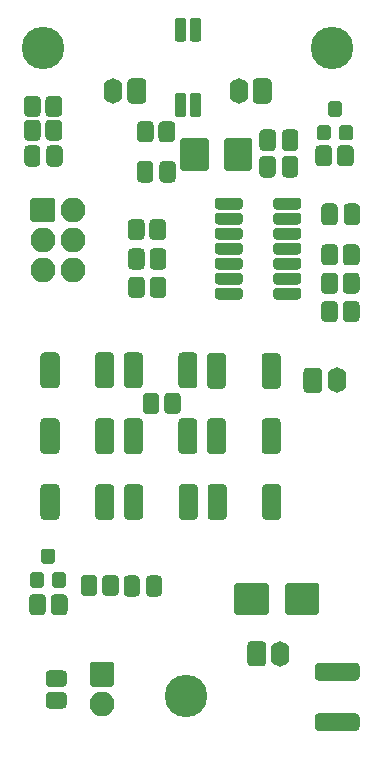
<source format=gts>
G04 #@! TF.GenerationSoftware,KiCad,Pcbnew,5.1.9+dfsg1-1+deb11u1*
G04 #@! TF.CreationDate,2025-04-18T11:55:34+00:00*
G04 #@! TF.ProjectId,ModuleV440,4d6f6475-6c65-4563-9434-302e6b696361,rev?*
G04 #@! TF.SameCoordinates,Original*
G04 #@! TF.FileFunction,Soldermask,Top*
G04 #@! TF.FilePolarity,Negative*
%FSLAX46Y46*%
G04 Gerber Fmt 4.6, Leading zero omitted, Abs format (unit mm)*
G04 Created by KiCad (PCBNEW 5.1.9+dfsg1-1+deb11u1) date 2025-04-18 11:55:34*
%MOMM*%
%LPD*%
G01*
G04 APERTURE LIST*
%ADD10O,1.600000X2.150000*%
%ADD11O,2.100000X2.100000*%
%ADD12C,3.600000*%
G04 APERTURE END LIST*
G36*
G01*
X120167600Y-76894232D02*
X120167600Y-79280968D01*
G75*
G02*
X119835968Y-79612600I-331632J0D01*
G01*
X118874232Y-79612600D01*
G75*
G02*
X118542600Y-79280968I0J331632D01*
G01*
X118542600Y-76894232D01*
G75*
G02*
X118874232Y-76562600I331632J0D01*
G01*
X119835968Y-76562600D01*
G75*
G02*
X120167600Y-76894232I0J-331632D01*
G01*
G37*
G36*
G01*
X124792600Y-76894232D02*
X124792600Y-79280968D01*
G75*
G02*
X124460968Y-79612600I-331632J0D01*
G01*
X123499232Y-79612600D01*
G75*
G02*
X123167600Y-79280968I0J331632D01*
G01*
X123167600Y-76894232D01*
G75*
G02*
X123499232Y-76562600I331632J0D01*
G01*
X124460968Y-76562600D01*
G75*
G02*
X124792600Y-76894232I0J-331632D01*
G01*
G37*
G36*
G01*
X116117600Y-79230968D02*
X116117600Y-76844232D01*
G75*
G02*
X116449232Y-76512600I331632J0D01*
G01*
X117410968Y-76512600D01*
G75*
G02*
X117742600Y-76844232I0J-331632D01*
G01*
X117742600Y-79230968D01*
G75*
G02*
X117410968Y-79562600I-331632J0D01*
G01*
X116449232Y-79562600D01*
G75*
G02*
X116117600Y-79230968I0J331632D01*
G01*
G37*
G36*
G01*
X111492600Y-79230968D02*
X111492600Y-76844232D01*
G75*
G02*
X111824232Y-76512600I331632J0D01*
G01*
X112785968Y-76512600D01*
G75*
G02*
X113117600Y-76844232I0J-331632D01*
G01*
X113117600Y-79230968D01*
G75*
G02*
X112785968Y-79562600I-331632J0D01*
G01*
X111824232Y-79562600D01*
G75*
G02*
X111492600Y-79230968I0J331632D01*
G01*
G37*
G36*
G01*
X123167600Y-84805968D02*
X123167600Y-82419232D01*
G75*
G02*
X123499232Y-82087600I331632J0D01*
G01*
X124460968Y-82087600D01*
G75*
G02*
X124792600Y-82419232I0J-331632D01*
G01*
X124792600Y-84805968D01*
G75*
G02*
X124460968Y-85137600I-331632J0D01*
G01*
X123499232Y-85137600D01*
G75*
G02*
X123167600Y-84805968I0J331632D01*
G01*
G37*
G36*
G01*
X118542600Y-84805968D02*
X118542600Y-82419232D01*
G75*
G02*
X118874232Y-82087600I331632J0D01*
G01*
X119835968Y-82087600D01*
G75*
G02*
X120167600Y-82419232I0J-331632D01*
G01*
X120167600Y-84805968D01*
G75*
G02*
X119835968Y-85137600I-331632J0D01*
G01*
X118874232Y-85137600D01*
G75*
G02*
X118542600Y-84805968I0J331632D01*
G01*
G37*
G36*
G01*
X113117600Y-82419232D02*
X113117600Y-84805968D01*
G75*
G02*
X112785968Y-85137600I-331632J0D01*
G01*
X111824232Y-85137600D01*
G75*
G02*
X111492600Y-84805968I0J331632D01*
G01*
X111492600Y-82419232D01*
G75*
G02*
X111824232Y-82087600I331632J0D01*
G01*
X112785968Y-82087600D01*
G75*
G02*
X113117600Y-82419232I0J-331632D01*
G01*
G37*
G36*
G01*
X117742600Y-82419232D02*
X117742600Y-84805968D01*
G75*
G02*
X117410968Y-85137600I-331632J0D01*
G01*
X116449232Y-85137600D01*
G75*
G02*
X116117600Y-84805968I0J331632D01*
G01*
X116117600Y-82419232D01*
G75*
G02*
X116449232Y-82087600I331632J0D01*
G01*
X117410968Y-82087600D01*
G75*
G02*
X117742600Y-82419232I0J-331632D01*
G01*
G37*
G36*
G01*
X120217600Y-87994232D02*
X120217600Y-90380968D01*
G75*
G02*
X119885968Y-90712600I-331632J0D01*
G01*
X118924232Y-90712600D01*
G75*
G02*
X118592600Y-90380968I0J331632D01*
G01*
X118592600Y-87994232D01*
G75*
G02*
X118924232Y-87662600I331632J0D01*
G01*
X119885968Y-87662600D01*
G75*
G02*
X120217600Y-87994232I0J-331632D01*
G01*
G37*
G36*
G01*
X124842600Y-87994232D02*
X124842600Y-90380968D01*
G75*
G02*
X124510968Y-90712600I-331632J0D01*
G01*
X123549232Y-90712600D01*
G75*
G02*
X123217600Y-90380968I0J331632D01*
G01*
X123217600Y-87994232D01*
G75*
G02*
X123549232Y-87662600I331632J0D01*
G01*
X124510968Y-87662600D01*
G75*
G02*
X124842600Y-87994232I0J-331632D01*
G01*
G37*
G36*
G01*
X116142600Y-90380968D02*
X116142600Y-87994232D01*
G75*
G02*
X116474232Y-87662600I331632J0D01*
G01*
X117435968Y-87662600D01*
G75*
G02*
X117767600Y-87994232I0J-331632D01*
G01*
X117767600Y-90380968D01*
G75*
G02*
X117435968Y-90712600I-331632J0D01*
G01*
X116474232Y-90712600D01*
G75*
G02*
X116142600Y-90380968I0J331632D01*
G01*
G37*
G36*
G01*
X111517600Y-90380968D02*
X111517600Y-87994232D01*
G75*
G02*
X111849232Y-87662600I331632J0D01*
G01*
X112810968Y-87662600D01*
G75*
G02*
X113142600Y-87994232I0J-331632D01*
G01*
X113142600Y-90380968D01*
G75*
G02*
X112810968Y-90712600I-331632J0D01*
G01*
X111849232Y-90712600D01*
G75*
G02*
X111517600Y-90380968I0J331632D01*
G01*
G37*
G36*
G01*
X106067600Y-76844232D02*
X106067600Y-79230968D01*
G75*
G02*
X105735968Y-79562600I-331632J0D01*
G01*
X104774232Y-79562600D01*
G75*
G02*
X104442600Y-79230968I0J331632D01*
G01*
X104442600Y-76844232D01*
G75*
G02*
X104774232Y-76512600I331632J0D01*
G01*
X105735968Y-76512600D01*
G75*
G02*
X106067600Y-76844232I0J-331632D01*
G01*
G37*
G36*
G01*
X110692600Y-76844232D02*
X110692600Y-79230968D01*
G75*
G02*
X110360968Y-79562600I-331632J0D01*
G01*
X109399232Y-79562600D01*
G75*
G02*
X109067600Y-79230968I0J331632D01*
G01*
X109067600Y-76844232D01*
G75*
G02*
X109399232Y-76512600I331632J0D01*
G01*
X110360968Y-76512600D01*
G75*
G02*
X110692600Y-76844232I0J-331632D01*
G01*
G37*
G36*
G01*
X109067600Y-84805968D02*
X109067600Y-82419232D01*
G75*
G02*
X109399232Y-82087600I331632J0D01*
G01*
X110360968Y-82087600D01*
G75*
G02*
X110692600Y-82419232I0J-331632D01*
G01*
X110692600Y-84805968D01*
G75*
G02*
X110360968Y-85137600I-331632J0D01*
G01*
X109399232Y-85137600D01*
G75*
G02*
X109067600Y-84805968I0J331632D01*
G01*
G37*
G36*
G01*
X104442600Y-84805968D02*
X104442600Y-82419232D01*
G75*
G02*
X104774232Y-82087600I331632J0D01*
G01*
X105735968Y-82087600D01*
G75*
G02*
X106067600Y-82419232I0J-331632D01*
G01*
X106067600Y-84805968D01*
G75*
G02*
X105735968Y-85137600I-331632J0D01*
G01*
X104774232Y-85137600D01*
G75*
G02*
X104442600Y-84805968I0J331632D01*
G01*
G37*
G36*
G01*
X106067600Y-87994232D02*
X106067600Y-90380968D01*
G75*
G02*
X105735968Y-90712600I-331632J0D01*
G01*
X104774232Y-90712600D01*
G75*
G02*
X104442600Y-90380968I0J331632D01*
G01*
X104442600Y-87994232D01*
G75*
G02*
X104774232Y-87662600I331632J0D01*
G01*
X105735968Y-87662600D01*
G75*
G02*
X106067600Y-87994232I0J-331632D01*
G01*
G37*
G36*
G01*
X110692600Y-87994232D02*
X110692600Y-90380968D01*
G75*
G02*
X110360968Y-90712600I-331632J0D01*
G01*
X109399232Y-90712600D01*
G75*
G02*
X109067600Y-90380968I0J331632D01*
G01*
X109067600Y-87994232D01*
G75*
G02*
X109399232Y-87662600I331632J0D01*
G01*
X110360968Y-87662600D01*
G75*
G02*
X110692600Y-87994232I0J-331632D01*
G01*
G37*
G36*
G01*
X116557600Y-50212600D02*
X116057600Y-50212600D01*
G75*
G02*
X115807600Y-49962600I0J250000D01*
G01*
X115807600Y-48437600D01*
G75*
G02*
X116057600Y-48187600I250000J0D01*
G01*
X116557600Y-48187600D01*
G75*
G02*
X116807600Y-48437600I0J-250000D01*
G01*
X116807600Y-49962600D01*
G75*
G02*
X116557600Y-50212600I-250000J0D01*
G01*
G37*
G36*
G01*
X117827600Y-50212600D02*
X117327600Y-50212600D01*
G75*
G02*
X117077600Y-49962600I0J250000D01*
G01*
X117077600Y-48437600D01*
G75*
G02*
X117327600Y-48187600I250000J0D01*
G01*
X117827600Y-48187600D01*
G75*
G02*
X118077600Y-48437600I0J-250000D01*
G01*
X118077600Y-49962600D01*
G75*
G02*
X117827600Y-50212600I-250000J0D01*
G01*
G37*
G36*
G01*
X117827600Y-56587600D02*
X117327600Y-56587600D01*
G75*
G02*
X117077600Y-56337600I0J250000D01*
G01*
X117077600Y-54812600D01*
G75*
G02*
X117327600Y-54562600I250000J0D01*
G01*
X117827600Y-54562600D01*
G75*
G02*
X118077600Y-54812600I0J-250000D01*
G01*
X118077600Y-56337600D01*
G75*
G02*
X117827600Y-56587600I-250000J0D01*
G01*
G37*
G36*
G01*
X116557600Y-56587600D02*
X116057600Y-56587600D01*
G75*
G02*
X115807600Y-56337600I0J250000D01*
G01*
X115807600Y-54812600D01*
G75*
G02*
X116057600Y-54562600I250000J0D01*
G01*
X116557600Y-54562600D01*
G75*
G02*
X116807600Y-54812600I0J-250000D01*
G01*
X116807600Y-56337600D01*
G75*
G02*
X116557600Y-56587600I-250000J0D01*
G01*
G37*
D10*
X121217600Y-54387600D03*
G36*
G01*
X124017600Y-53645932D02*
X124017600Y-55129268D01*
G75*
G02*
X123684268Y-55462600I-333332J0D01*
G01*
X122750932Y-55462600D01*
G75*
G02*
X122417600Y-55129268I0J333332D01*
G01*
X122417600Y-53645932D01*
G75*
G02*
X122750932Y-53312600I333332J0D01*
G01*
X123684268Y-53312600D01*
G75*
G02*
X124017600Y-53645932I0J-333332D01*
G01*
G37*
X110617600Y-54387600D03*
G36*
G01*
X113417600Y-53645932D02*
X113417600Y-55129268D01*
G75*
G02*
X113084268Y-55462600I-333332J0D01*
G01*
X112150932Y-55462600D01*
G75*
G02*
X111817600Y-55129268I0J333332D01*
G01*
X111817600Y-53645932D01*
G75*
G02*
X112150932Y-53312600I333332J0D01*
G01*
X113084268Y-53312600D01*
G75*
G02*
X113417600Y-53645932I0J-333332D01*
G01*
G37*
D11*
X109667600Y-106302600D03*
G36*
G01*
X108617600Y-104612600D02*
X108617600Y-102912600D01*
G75*
G02*
X108817600Y-102712600I200000J0D01*
G01*
X110517600Y-102712600D01*
G75*
G02*
X110717600Y-102912600I0J-200000D01*
G01*
X110717600Y-104612600D01*
G75*
G02*
X110517600Y-104812600I-200000J0D01*
G01*
X108817600Y-104812600D01*
G75*
G02*
X108617600Y-104612600I0J200000D01*
G01*
G37*
G36*
G01*
X123767600Y-96237600D02*
X123767600Y-98537600D01*
G75*
G02*
X123567600Y-98737600I-200000J0D01*
G01*
X121067600Y-98737600D01*
G75*
G02*
X120867600Y-98537600I0J200000D01*
G01*
X120867600Y-96237600D01*
G75*
G02*
X121067600Y-96037600I200000J0D01*
G01*
X123567600Y-96037600D01*
G75*
G02*
X123767600Y-96237600I0J-200000D01*
G01*
G37*
G36*
G01*
X128067600Y-96237600D02*
X128067600Y-98537600D01*
G75*
G02*
X127867600Y-98737600I-200000J0D01*
G01*
X125367600Y-98737600D01*
G75*
G02*
X125167600Y-98537600I0J200000D01*
G01*
X125167600Y-96237600D01*
G75*
G02*
X125367600Y-96037600I200000J0D01*
G01*
X127867600Y-96037600D01*
G75*
G02*
X128067600Y-96237600I0J-200000D01*
G01*
G37*
G36*
G01*
X106340041Y-104857600D02*
X105235159Y-104857600D01*
G75*
G02*
X104887600Y-104510041I0J347559D01*
G01*
X104887600Y-103780159D01*
G75*
G02*
X105235159Y-103432600I347559J0D01*
G01*
X106340041Y-103432600D01*
G75*
G02*
X106687600Y-103780159I0J-347559D01*
G01*
X106687600Y-104510041D01*
G75*
G02*
X106340041Y-104857600I-347559J0D01*
G01*
G37*
G36*
G01*
X106340041Y-106682600D02*
X105235159Y-106682600D01*
G75*
G02*
X104887600Y-106335041I0J347559D01*
G01*
X104887600Y-105605159D01*
G75*
G02*
X105235159Y-105257600I347559J0D01*
G01*
X106340041Y-105257600D01*
G75*
G02*
X106687600Y-105605159I0J-347559D01*
G01*
X106687600Y-106335041D01*
G75*
G02*
X106340041Y-106682600I-347559J0D01*
G01*
G37*
G36*
G01*
X130042600Y-73615041D02*
X130042600Y-72510159D01*
G75*
G02*
X130390159Y-72162600I347559J0D01*
G01*
X131120041Y-72162600D01*
G75*
G02*
X131467600Y-72510159I0J-347559D01*
G01*
X131467600Y-73615041D01*
G75*
G02*
X131120041Y-73962600I-347559J0D01*
G01*
X130390159Y-73962600D01*
G75*
G02*
X130042600Y-73615041I0J347559D01*
G01*
G37*
G36*
G01*
X128217600Y-73615041D02*
X128217600Y-72510159D01*
G75*
G02*
X128565159Y-72162600I347559J0D01*
G01*
X129295041Y-72162600D01*
G75*
G02*
X129642600Y-72510159I0J-347559D01*
G01*
X129642600Y-73615041D01*
G75*
G02*
X129295041Y-73962600I-347559J0D01*
G01*
X128565159Y-73962600D01*
G75*
G02*
X128217600Y-73615041I0J347559D01*
G01*
G37*
G36*
G01*
X130042600Y-71215041D02*
X130042600Y-70110159D01*
G75*
G02*
X130390159Y-69762600I347559J0D01*
G01*
X131120041Y-69762600D01*
G75*
G02*
X131467600Y-70110159I0J-347559D01*
G01*
X131467600Y-71215041D01*
G75*
G02*
X131120041Y-71562600I-347559J0D01*
G01*
X130390159Y-71562600D01*
G75*
G02*
X130042600Y-71215041I0J347559D01*
G01*
G37*
G36*
G01*
X128217600Y-71215041D02*
X128217600Y-70110159D01*
G75*
G02*
X128565159Y-69762600I347559J0D01*
G01*
X129295041Y-69762600D01*
G75*
G02*
X129642600Y-70110159I0J-347559D01*
G01*
X129642600Y-71215041D01*
G75*
G02*
X129295041Y-71562600I-347559J0D01*
G01*
X128565159Y-71562600D01*
G75*
G02*
X128217600Y-71215041I0J347559D01*
G01*
G37*
G36*
G01*
X114517600Y-80285159D02*
X114517600Y-81390041D01*
G75*
G02*
X114170041Y-81737600I-347559J0D01*
G01*
X113440159Y-81737600D01*
G75*
G02*
X113092600Y-81390041I0J347559D01*
G01*
X113092600Y-80285159D01*
G75*
G02*
X113440159Y-79937600I347559J0D01*
G01*
X114170041Y-79937600D01*
G75*
G02*
X114517600Y-80285159I0J-347559D01*
G01*
G37*
G36*
G01*
X116342600Y-80285159D02*
X116342600Y-81390041D01*
G75*
G02*
X115995041Y-81737600I-347559J0D01*
G01*
X115265159Y-81737600D01*
G75*
G02*
X114917600Y-81390041I0J347559D01*
G01*
X114917600Y-80285159D01*
G75*
G02*
X115265159Y-79937600I347559J0D01*
G01*
X115995041Y-79937600D01*
G75*
G02*
X116342600Y-80285159I0J-347559D01*
G01*
G37*
G36*
G01*
X104467600Y-57160159D02*
X104467600Y-58265041D01*
G75*
G02*
X104120041Y-58612600I-347559J0D01*
G01*
X103390159Y-58612600D01*
G75*
G02*
X103042600Y-58265041I0J347559D01*
G01*
X103042600Y-57160159D01*
G75*
G02*
X103390159Y-56812600I347559J0D01*
G01*
X104120041Y-56812600D01*
G75*
G02*
X104467600Y-57160159I0J-347559D01*
G01*
G37*
G36*
G01*
X106292600Y-57160159D02*
X106292600Y-58265041D01*
G75*
G02*
X105945041Y-58612600I-347559J0D01*
G01*
X105215159Y-58612600D01*
G75*
G02*
X104867600Y-58265041I0J347559D01*
G01*
X104867600Y-57160159D01*
G75*
G02*
X105215159Y-56812600I347559J0D01*
G01*
X105945041Y-56812600D01*
G75*
G02*
X106292600Y-57160159I0J-347559D01*
G01*
G37*
G36*
G01*
X109667600Y-96810041D02*
X109667600Y-95705159D01*
G75*
G02*
X110015159Y-95357600I347559J0D01*
G01*
X110745041Y-95357600D01*
G75*
G02*
X111092600Y-95705159I0J-347559D01*
G01*
X111092600Y-96810041D01*
G75*
G02*
X110745041Y-97157600I-347559J0D01*
G01*
X110015159Y-97157600D01*
G75*
G02*
X109667600Y-96810041I0J347559D01*
G01*
G37*
G36*
G01*
X107842600Y-96810041D02*
X107842600Y-95705159D01*
G75*
G02*
X108190159Y-95357600I347559J0D01*
G01*
X108920041Y-95357600D01*
G75*
G02*
X109267600Y-95705159I0J-347559D01*
G01*
X109267600Y-96810041D01*
G75*
G02*
X108920041Y-97157600I-347559J0D01*
G01*
X108190159Y-97157600D01*
G75*
G02*
X107842600Y-96810041I0J347559D01*
G01*
G37*
G36*
G01*
X104467600Y-55135159D02*
X104467600Y-56240041D01*
G75*
G02*
X104120041Y-56587600I-347559J0D01*
G01*
X103390159Y-56587600D01*
G75*
G02*
X103042600Y-56240041I0J347559D01*
G01*
X103042600Y-55135159D01*
G75*
G02*
X103390159Y-54787600I347559J0D01*
G01*
X104120041Y-54787600D01*
G75*
G02*
X104467600Y-55135159I0J-347559D01*
G01*
G37*
G36*
G01*
X106292600Y-55135159D02*
X106292600Y-56240041D01*
G75*
G02*
X105945041Y-56587600I-347559J0D01*
G01*
X105215159Y-56587600D01*
G75*
G02*
X104867600Y-56240041I0J347559D01*
G01*
X104867600Y-55135159D01*
G75*
G02*
X105215159Y-54787600I347559J0D01*
G01*
X105945041Y-54787600D01*
G75*
G02*
X106292600Y-55135159I0J-347559D01*
G01*
G37*
G36*
G01*
X105317600Y-98440041D02*
X105317600Y-97335159D01*
G75*
G02*
X105665159Y-96987600I347559J0D01*
G01*
X106395041Y-96987600D01*
G75*
G02*
X106742600Y-97335159I0J-347559D01*
G01*
X106742600Y-98440041D01*
G75*
G02*
X106395041Y-98787600I-347559J0D01*
G01*
X105665159Y-98787600D01*
G75*
G02*
X105317600Y-98440041I0J347559D01*
G01*
G37*
G36*
G01*
X103492600Y-98440041D02*
X103492600Y-97335159D01*
G75*
G02*
X103840159Y-96987600I347559J0D01*
G01*
X104570041Y-96987600D01*
G75*
G02*
X104917600Y-97335159I0J-347559D01*
G01*
X104917600Y-98440041D01*
G75*
G02*
X104570041Y-98787600I-347559J0D01*
G01*
X103840159Y-98787600D01*
G75*
G02*
X103492600Y-98440041I0J347559D01*
G01*
G37*
G36*
G01*
X130042600Y-68815041D02*
X130042600Y-67710159D01*
G75*
G02*
X130390159Y-67362600I347559J0D01*
G01*
X131120041Y-67362600D01*
G75*
G02*
X131467600Y-67710159I0J-347559D01*
G01*
X131467600Y-68815041D01*
G75*
G02*
X131120041Y-69162600I-347559J0D01*
G01*
X130390159Y-69162600D01*
G75*
G02*
X130042600Y-68815041I0J347559D01*
G01*
G37*
G36*
G01*
X128217600Y-68815041D02*
X128217600Y-67710159D01*
G75*
G02*
X128565159Y-67362600I347559J0D01*
G01*
X129295041Y-67362600D01*
G75*
G02*
X129642600Y-67710159I0J-347559D01*
G01*
X129642600Y-68815041D01*
G75*
G02*
X129295041Y-69162600I-347559J0D01*
G01*
X128565159Y-69162600D01*
G75*
G02*
X128217600Y-68815041I0J347559D01*
G01*
G37*
G36*
G01*
X114442600Y-58390041D02*
X114442600Y-57285159D01*
G75*
G02*
X114790159Y-56937600I347559J0D01*
G01*
X115520041Y-56937600D01*
G75*
G02*
X115867600Y-57285159I0J-347559D01*
G01*
X115867600Y-58390041D01*
G75*
G02*
X115520041Y-58737600I-347559J0D01*
G01*
X114790159Y-58737600D01*
G75*
G02*
X114442600Y-58390041I0J347559D01*
G01*
G37*
G36*
G01*
X112617600Y-58390041D02*
X112617600Y-57285159D01*
G75*
G02*
X112965159Y-56937600I347559J0D01*
G01*
X113695041Y-56937600D01*
G75*
G02*
X114042600Y-57285159I0J-347559D01*
G01*
X114042600Y-58390041D01*
G75*
G02*
X113695041Y-58737600I-347559J0D01*
G01*
X112965159Y-58737600D01*
G75*
G02*
X112617600Y-58390041I0J347559D01*
G01*
G37*
G36*
G01*
X113692600Y-71565041D02*
X113692600Y-70460159D01*
G75*
G02*
X114040159Y-70112600I347559J0D01*
G01*
X114770041Y-70112600D01*
G75*
G02*
X115117600Y-70460159I0J-347559D01*
G01*
X115117600Y-71565041D01*
G75*
G02*
X114770041Y-71912600I-347559J0D01*
G01*
X114040159Y-71912600D01*
G75*
G02*
X113692600Y-71565041I0J347559D01*
G01*
G37*
G36*
G01*
X111867600Y-71565041D02*
X111867600Y-70460159D01*
G75*
G02*
X112215159Y-70112600I347559J0D01*
G01*
X112945041Y-70112600D01*
G75*
G02*
X113292600Y-70460159I0J-347559D01*
G01*
X113292600Y-71565041D01*
G75*
G02*
X112945041Y-71912600I-347559J0D01*
G01*
X112215159Y-71912600D01*
G75*
G02*
X111867600Y-71565041I0J347559D01*
G01*
G37*
G36*
G01*
X113692600Y-69165041D02*
X113692600Y-68060159D01*
G75*
G02*
X114040159Y-67712600I347559J0D01*
G01*
X114770041Y-67712600D01*
G75*
G02*
X115117600Y-68060159I0J-347559D01*
G01*
X115117600Y-69165041D01*
G75*
G02*
X114770041Y-69512600I-347559J0D01*
G01*
X114040159Y-69512600D01*
G75*
G02*
X113692600Y-69165041I0J347559D01*
G01*
G37*
G36*
G01*
X111867600Y-69165041D02*
X111867600Y-68060159D01*
G75*
G02*
X112215159Y-67712600I347559J0D01*
G01*
X112945041Y-67712600D01*
G75*
G02*
X113292600Y-68060159I0J-347559D01*
G01*
X113292600Y-69165041D01*
G75*
G02*
X112945041Y-69512600I-347559J0D01*
G01*
X112215159Y-69512600D01*
G75*
G02*
X111867600Y-69165041I0J347559D01*
G01*
G37*
G36*
G01*
X129537600Y-60430041D02*
X129537600Y-59325159D01*
G75*
G02*
X129885159Y-58977600I347559J0D01*
G01*
X130615041Y-58977600D01*
G75*
G02*
X130962600Y-59325159I0J-347559D01*
G01*
X130962600Y-60430041D01*
G75*
G02*
X130615041Y-60777600I-347559J0D01*
G01*
X129885159Y-60777600D01*
G75*
G02*
X129537600Y-60430041I0J347559D01*
G01*
G37*
G36*
G01*
X127712600Y-60430041D02*
X127712600Y-59325159D01*
G75*
G02*
X128060159Y-58977600I347559J0D01*
G01*
X128790041Y-58977600D01*
G75*
G02*
X129137600Y-59325159I0J-347559D01*
G01*
X129137600Y-60430041D01*
G75*
G02*
X128790041Y-60777600I-347559J0D01*
G01*
X128060159Y-60777600D01*
G75*
G02*
X127712600Y-60430041I0J347559D01*
G01*
G37*
G36*
G01*
X113667600Y-66680041D02*
X113667600Y-65575159D01*
G75*
G02*
X114015159Y-65227600I347559J0D01*
G01*
X114745041Y-65227600D01*
G75*
G02*
X115092600Y-65575159I0J-347559D01*
G01*
X115092600Y-66680041D01*
G75*
G02*
X114745041Y-67027600I-347559J0D01*
G01*
X114015159Y-67027600D01*
G75*
G02*
X113667600Y-66680041I0J347559D01*
G01*
G37*
G36*
G01*
X111842600Y-66680041D02*
X111842600Y-65575159D01*
G75*
G02*
X112190159Y-65227600I347559J0D01*
G01*
X112920041Y-65227600D01*
G75*
G02*
X113267600Y-65575159I0J-347559D01*
G01*
X113267600Y-66680041D01*
G75*
G02*
X112920041Y-67027600I-347559J0D01*
G01*
X112190159Y-67027600D01*
G75*
G02*
X111842600Y-66680041I0J347559D01*
G01*
G37*
D10*
X124767600Y-102037600D03*
G36*
G01*
X121967600Y-102779268D02*
X121967600Y-101295932D01*
G75*
G02*
X122300932Y-100962600I333332J0D01*
G01*
X123234268Y-100962600D01*
G75*
G02*
X123567600Y-101295932I0J-333332D01*
G01*
X123567600Y-102779268D01*
G75*
G02*
X123234268Y-103112600I-333332J0D01*
G01*
X122300932Y-103112600D01*
G75*
G02*
X121967600Y-102779268I0J333332D01*
G01*
G37*
G36*
G01*
X128006487Y-107062600D02*
X131128713Y-107062600D01*
G75*
G02*
X131467600Y-107401487I0J-338887D01*
G01*
X131467600Y-108248713D01*
G75*
G02*
X131128713Y-108587600I-338887J0D01*
G01*
X128006487Y-108587600D01*
G75*
G02*
X127667600Y-108248713I0J338887D01*
G01*
X127667600Y-107401487D01*
G75*
G02*
X128006487Y-107062600I338887J0D01*
G01*
G37*
G36*
G01*
X128006487Y-102787600D02*
X131128713Y-102787600D01*
G75*
G02*
X131467600Y-103126487I0J-338887D01*
G01*
X131467600Y-103973713D01*
G75*
G02*
X131128713Y-104312600I-338887J0D01*
G01*
X128006487Y-104312600D01*
G75*
G02*
X127667600Y-103973713I0J338887D01*
G01*
X127667600Y-103126487D01*
G75*
G02*
X128006487Y-102787600I338887J0D01*
G01*
G37*
X129517600Y-78887600D03*
G36*
G01*
X126717600Y-79629268D02*
X126717600Y-78145932D01*
G75*
G02*
X127050932Y-77812600I333332J0D01*
G01*
X127984268Y-77812600D01*
G75*
G02*
X128317600Y-78145932I0J-333332D01*
G01*
X128317600Y-79629268D01*
G75*
G02*
X127984268Y-79962600I-333332J0D01*
G01*
X127050932Y-79962600D01*
G75*
G02*
X126717600Y-79629268I0J333332D01*
G01*
G37*
G36*
G01*
X104942600Y-60443850D02*
X104942600Y-59331350D01*
G75*
G02*
X105286350Y-58987600I343750J0D01*
G01*
X105973850Y-58987600D01*
G75*
G02*
X106317600Y-59331350I0J-343750D01*
G01*
X106317600Y-60443850D01*
G75*
G02*
X105973850Y-60787600I-343750J0D01*
G01*
X105286350Y-60787600D01*
G75*
G02*
X104942600Y-60443850I0J343750D01*
G01*
G37*
G36*
G01*
X103067600Y-60443850D02*
X103067600Y-59331350D01*
G75*
G02*
X103411350Y-58987600I343750J0D01*
G01*
X104098850Y-58987600D01*
G75*
G02*
X104442600Y-59331350I0J-343750D01*
G01*
X104442600Y-60443850D01*
G75*
G02*
X104098850Y-60787600I-343750J0D01*
G01*
X103411350Y-60787600D01*
G75*
G02*
X103067600Y-60443850I0J343750D01*
G01*
G37*
G36*
G01*
X113367600Y-96858850D02*
X113367600Y-95746350D01*
G75*
G02*
X113711350Y-95402600I343750J0D01*
G01*
X114398850Y-95402600D01*
G75*
G02*
X114742600Y-95746350I0J-343750D01*
G01*
X114742600Y-96858850D01*
G75*
G02*
X114398850Y-97202600I-343750J0D01*
G01*
X113711350Y-97202600D01*
G75*
G02*
X113367600Y-96858850I0J343750D01*
G01*
G37*
G36*
G01*
X111492600Y-96858850D02*
X111492600Y-95746350D01*
G75*
G02*
X111836350Y-95402600I343750J0D01*
G01*
X112523850Y-95402600D01*
G75*
G02*
X112867600Y-95746350I0J-343750D01*
G01*
X112867600Y-96858850D01*
G75*
G02*
X112523850Y-97202600I-343750J0D01*
G01*
X111836350Y-97202600D01*
G75*
G02*
X111492600Y-96858850I0J343750D01*
G01*
G37*
G36*
G01*
X129777600Y-56577600D02*
X128977600Y-56577600D01*
G75*
G02*
X128777600Y-56377600I0J200000D01*
G01*
X128777600Y-55477600D01*
G75*
G02*
X128977600Y-55277600I200000J0D01*
G01*
X129777600Y-55277600D01*
G75*
G02*
X129977600Y-55477600I0J-200000D01*
G01*
X129977600Y-56377600D01*
G75*
G02*
X129777600Y-56577600I-200000J0D01*
G01*
G37*
G36*
G01*
X130727600Y-58577600D02*
X129927600Y-58577600D01*
G75*
G02*
X129727600Y-58377600I0J200000D01*
G01*
X129727600Y-57477600D01*
G75*
G02*
X129927600Y-57277600I200000J0D01*
G01*
X130727600Y-57277600D01*
G75*
G02*
X130927600Y-57477600I0J-200000D01*
G01*
X130927600Y-58377600D01*
G75*
G02*
X130727600Y-58577600I-200000J0D01*
G01*
G37*
G36*
G01*
X128827600Y-58577600D02*
X128027600Y-58577600D01*
G75*
G02*
X127827600Y-58377600I0J200000D01*
G01*
X127827600Y-57477600D01*
G75*
G02*
X128027600Y-57277600I200000J0D01*
G01*
X128827600Y-57277600D01*
G75*
G02*
X129027600Y-57477600I0J-200000D01*
G01*
X129027600Y-58377600D01*
G75*
G02*
X128827600Y-58577600I-200000J0D01*
G01*
G37*
G36*
G01*
X114012600Y-60652600D02*
X114012600Y-61802600D01*
G75*
G02*
X113662600Y-62152600I-350000J0D01*
G01*
X112962600Y-62152600D01*
G75*
G02*
X112612600Y-61802600I0J350000D01*
G01*
X112612600Y-60652600D01*
G75*
G02*
X112962600Y-60302600I350000J0D01*
G01*
X113662600Y-60302600D01*
G75*
G02*
X114012600Y-60652600I0J-350000D01*
G01*
G37*
G36*
G01*
X115912600Y-60652600D02*
X115912600Y-61802600D01*
G75*
G02*
X115562600Y-62152600I-350000J0D01*
G01*
X114862600Y-62152600D01*
G75*
G02*
X114512600Y-61802600I0J350000D01*
G01*
X114512600Y-60652600D01*
G75*
G02*
X114862600Y-60302600I350000J0D01*
G01*
X115562600Y-60302600D01*
G75*
G02*
X115912600Y-60652600I0J-350000D01*
G01*
G37*
G36*
G01*
X124892600Y-59137600D02*
X124892600Y-57987600D01*
G75*
G02*
X125242600Y-57637600I350000J0D01*
G01*
X125942600Y-57637600D01*
G75*
G02*
X126292600Y-57987600I0J-350000D01*
G01*
X126292600Y-59137600D01*
G75*
G02*
X125942600Y-59487600I-350000J0D01*
G01*
X125242600Y-59487600D01*
G75*
G02*
X124892600Y-59137600I0J350000D01*
G01*
G37*
G36*
G01*
X122992600Y-59137600D02*
X122992600Y-57987600D01*
G75*
G02*
X123342600Y-57637600I350000J0D01*
G01*
X124042600Y-57637600D01*
G75*
G02*
X124392600Y-57987600I0J-350000D01*
G01*
X124392600Y-59137600D01*
G75*
G02*
X124042600Y-59487600I-350000J0D01*
G01*
X123342600Y-59487600D01*
G75*
G02*
X122992600Y-59137600I0J350000D01*
G01*
G37*
G36*
G01*
X130112600Y-65412600D02*
X130112600Y-64262600D01*
G75*
G02*
X130462600Y-63912600I350000J0D01*
G01*
X131162600Y-63912600D01*
G75*
G02*
X131512600Y-64262600I0J-350000D01*
G01*
X131512600Y-65412600D01*
G75*
G02*
X131162600Y-65762600I-350000J0D01*
G01*
X130462600Y-65762600D01*
G75*
G02*
X130112600Y-65412600I0J350000D01*
G01*
G37*
G36*
G01*
X128212600Y-65412600D02*
X128212600Y-64262600D01*
G75*
G02*
X128562600Y-63912600I350000J0D01*
G01*
X129262600Y-63912600D01*
G75*
G02*
X129612600Y-64262600I0J-350000D01*
G01*
X129612600Y-65412600D01*
G75*
G02*
X129262600Y-65762600I-350000J0D01*
G01*
X128562600Y-65762600D01*
G75*
G02*
X128212600Y-65412600I0J350000D01*
G01*
G37*
G36*
G01*
X124877600Y-61372600D02*
X124877600Y-60222600D01*
G75*
G02*
X125227600Y-59872600I350000J0D01*
G01*
X125927600Y-59872600D01*
G75*
G02*
X126277600Y-60222600I0J-350000D01*
G01*
X126277600Y-61372600D01*
G75*
G02*
X125927600Y-61722600I-350000J0D01*
G01*
X125227600Y-61722600D01*
G75*
G02*
X124877600Y-61372600I0J350000D01*
G01*
G37*
G36*
G01*
X122977600Y-61372600D02*
X122977600Y-60222600D01*
G75*
G02*
X123327600Y-59872600I350000J0D01*
G01*
X124027600Y-59872600D01*
G75*
G02*
X124377600Y-60222600I0J-350000D01*
G01*
X124377600Y-61372600D01*
G75*
G02*
X124027600Y-61722600I-350000J0D01*
G01*
X123327600Y-61722600D01*
G75*
G02*
X122977600Y-61372600I0J350000D01*
G01*
G37*
G36*
G01*
X124167600Y-64177600D02*
X124167600Y-63677600D01*
G75*
G02*
X124417600Y-63427600I250000J0D01*
G01*
X126267600Y-63427600D01*
G75*
G02*
X126517600Y-63677600I0J-250000D01*
G01*
X126517600Y-64177600D01*
G75*
G02*
X126267600Y-64427600I-250000J0D01*
G01*
X124417600Y-64427600D01*
G75*
G02*
X124167600Y-64177600I0J250000D01*
G01*
G37*
G36*
G01*
X124167600Y-65447600D02*
X124167600Y-64947600D01*
G75*
G02*
X124417600Y-64697600I250000J0D01*
G01*
X126267600Y-64697600D01*
G75*
G02*
X126517600Y-64947600I0J-250000D01*
G01*
X126517600Y-65447600D01*
G75*
G02*
X126267600Y-65697600I-250000J0D01*
G01*
X124417600Y-65697600D01*
G75*
G02*
X124167600Y-65447600I0J250000D01*
G01*
G37*
G36*
G01*
X124167600Y-66717600D02*
X124167600Y-66217600D01*
G75*
G02*
X124417600Y-65967600I250000J0D01*
G01*
X126267600Y-65967600D01*
G75*
G02*
X126517600Y-66217600I0J-250000D01*
G01*
X126517600Y-66717600D01*
G75*
G02*
X126267600Y-66967600I-250000J0D01*
G01*
X124417600Y-66967600D01*
G75*
G02*
X124167600Y-66717600I0J250000D01*
G01*
G37*
G36*
G01*
X124167600Y-67987600D02*
X124167600Y-67487600D01*
G75*
G02*
X124417600Y-67237600I250000J0D01*
G01*
X126267600Y-67237600D01*
G75*
G02*
X126517600Y-67487600I0J-250000D01*
G01*
X126517600Y-67987600D01*
G75*
G02*
X126267600Y-68237600I-250000J0D01*
G01*
X124417600Y-68237600D01*
G75*
G02*
X124167600Y-67987600I0J250000D01*
G01*
G37*
G36*
G01*
X124167600Y-69257600D02*
X124167600Y-68757600D01*
G75*
G02*
X124417600Y-68507600I250000J0D01*
G01*
X126267600Y-68507600D01*
G75*
G02*
X126517600Y-68757600I0J-250000D01*
G01*
X126517600Y-69257600D01*
G75*
G02*
X126267600Y-69507600I-250000J0D01*
G01*
X124417600Y-69507600D01*
G75*
G02*
X124167600Y-69257600I0J250000D01*
G01*
G37*
G36*
G01*
X124167600Y-70527600D02*
X124167600Y-70027600D01*
G75*
G02*
X124417600Y-69777600I250000J0D01*
G01*
X126267600Y-69777600D01*
G75*
G02*
X126517600Y-70027600I0J-250000D01*
G01*
X126517600Y-70527600D01*
G75*
G02*
X126267600Y-70777600I-250000J0D01*
G01*
X124417600Y-70777600D01*
G75*
G02*
X124167600Y-70527600I0J250000D01*
G01*
G37*
G36*
G01*
X124167600Y-71797600D02*
X124167600Y-71297600D01*
G75*
G02*
X124417600Y-71047600I250000J0D01*
G01*
X126267600Y-71047600D01*
G75*
G02*
X126517600Y-71297600I0J-250000D01*
G01*
X126517600Y-71797600D01*
G75*
G02*
X126267600Y-72047600I-250000J0D01*
G01*
X124417600Y-72047600D01*
G75*
G02*
X124167600Y-71797600I0J250000D01*
G01*
G37*
G36*
G01*
X119217600Y-71797600D02*
X119217600Y-71297600D01*
G75*
G02*
X119467600Y-71047600I250000J0D01*
G01*
X121317600Y-71047600D01*
G75*
G02*
X121567600Y-71297600I0J-250000D01*
G01*
X121567600Y-71797600D01*
G75*
G02*
X121317600Y-72047600I-250000J0D01*
G01*
X119467600Y-72047600D01*
G75*
G02*
X119217600Y-71797600I0J250000D01*
G01*
G37*
G36*
G01*
X119217600Y-70527600D02*
X119217600Y-70027600D01*
G75*
G02*
X119467600Y-69777600I250000J0D01*
G01*
X121317600Y-69777600D01*
G75*
G02*
X121567600Y-70027600I0J-250000D01*
G01*
X121567600Y-70527600D01*
G75*
G02*
X121317600Y-70777600I-250000J0D01*
G01*
X119467600Y-70777600D01*
G75*
G02*
X119217600Y-70527600I0J250000D01*
G01*
G37*
G36*
G01*
X119217600Y-69257600D02*
X119217600Y-68757600D01*
G75*
G02*
X119467600Y-68507600I250000J0D01*
G01*
X121317600Y-68507600D01*
G75*
G02*
X121567600Y-68757600I0J-250000D01*
G01*
X121567600Y-69257600D01*
G75*
G02*
X121317600Y-69507600I-250000J0D01*
G01*
X119467600Y-69507600D01*
G75*
G02*
X119217600Y-69257600I0J250000D01*
G01*
G37*
G36*
G01*
X119217600Y-67987600D02*
X119217600Y-67487600D01*
G75*
G02*
X119467600Y-67237600I250000J0D01*
G01*
X121317600Y-67237600D01*
G75*
G02*
X121567600Y-67487600I0J-250000D01*
G01*
X121567600Y-67987600D01*
G75*
G02*
X121317600Y-68237600I-250000J0D01*
G01*
X119467600Y-68237600D01*
G75*
G02*
X119217600Y-67987600I0J250000D01*
G01*
G37*
G36*
G01*
X119217600Y-66717600D02*
X119217600Y-66217600D01*
G75*
G02*
X119467600Y-65967600I250000J0D01*
G01*
X121317600Y-65967600D01*
G75*
G02*
X121567600Y-66217600I0J-250000D01*
G01*
X121567600Y-66717600D01*
G75*
G02*
X121317600Y-66967600I-250000J0D01*
G01*
X119467600Y-66967600D01*
G75*
G02*
X119217600Y-66717600I0J250000D01*
G01*
G37*
G36*
G01*
X119217600Y-65447600D02*
X119217600Y-64947600D01*
G75*
G02*
X119467600Y-64697600I250000J0D01*
G01*
X121317600Y-64697600D01*
G75*
G02*
X121567600Y-64947600I0J-250000D01*
G01*
X121567600Y-65447600D01*
G75*
G02*
X121317600Y-65697600I-250000J0D01*
G01*
X119467600Y-65697600D01*
G75*
G02*
X119217600Y-65447600I0J250000D01*
G01*
G37*
G36*
G01*
X119217600Y-64177600D02*
X119217600Y-63677600D01*
G75*
G02*
X119467600Y-63427600I250000J0D01*
G01*
X121317600Y-63427600D01*
G75*
G02*
X121567600Y-63677600I0J-250000D01*
G01*
X121567600Y-64177600D01*
G75*
G02*
X121317600Y-64427600I-250000J0D01*
G01*
X119467600Y-64427600D01*
G75*
G02*
X119217600Y-64177600I0J250000D01*
G01*
G37*
D12*
X116757600Y-105637600D03*
G36*
G01*
X116287600Y-60942600D02*
X116287600Y-58542600D01*
G75*
G02*
X116487600Y-58342600I200000J0D01*
G01*
X118487600Y-58342600D01*
G75*
G02*
X118687600Y-58542600I0J-200000D01*
G01*
X118687600Y-60942600D01*
G75*
G02*
X118487600Y-61142600I-200000J0D01*
G01*
X116487600Y-61142600D01*
G75*
G02*
X116287600Y-60942600I0J200000D01*
G01*
G37*
G36*
G01*
X119987600Y-60942600D02*
X119987600Y-58542600D01*
G75*
G02*
X120187600Y-58342600I200000J0D01*
G01*
X122187600Y-58342600D01*
G75*
G02*
X122387600Y-58542600I0J-200000D01*
G01*
X122387600Y-60942600D01*
G75*
G02*
X122187600Y-61142600I-200000J0D01*
G01*
X120187600Y-61142600D01*
G75*
G02*
X119987600Y-60942600I0J200000D01*
G01*
G37*
X129167600Y-50737600D03*
X104667600Y-50737600D03*
G36*
G01*
X103592600Y-65312600D02*
X103592600Y-63612600D01*
G75*
G02*
X103792600Y-63412600I200000J0D01*
G01*
X105492600Y-63412600D01*
G75*
G02*
X105692600Y-63612600I0J-200000D01*
G01*
X105692600Y-65312600D01*
G75*
G02*
X105492600Y-65512600I-200000J0D01*
G01*
X103792600Y-65512600D01*
G75*
G02*
X103592600Y-65312600I0J200000D01*
G01*
G37*
D11*
X107182600Y-64462600D03*
X104642600Y-67002600D03*
X107182600Y-67002600D03*
X104642600Y-69542600D03*
X107182600Y-69542600D03*
G36*
G01*
X104542600Y-96437600D02*
X103742600Y-96437600D01*
G75*
G02*
X103542600Y-96237600I0J200000D01*
G01*
X103542600Y-95337600D01*
G75*
G02*
X103742600Y-95137600I200000J0D01*
G01*
X104542600Y-95137600D01*
G75*
G02*
X104742600Y-95337600I0J-200000D01*
G01*
X104742600Y-96237600D01*
G75*
G02*
X104542600Y-96437600I-200000J0D01*
G01*
G37*
G36*
G01*
X106442600Y-96437600D02*
X105642600Y-96437600D01*
G75*
G02*
X105442600Y-96237600I0J200000D01*
G01*
X105442600Y-95337600D01*
G75*
G02*
X105642600Y-95137600I200000J0D01*
G01*
X106442600Y-95137600D01*
G75*
G02*
X106642600Y-95337600I0J-200000D01*
G01*
X106642600Y-96237600D01*
G75*
G02*
X106442600Y-96437600I-200000J0D01*
G01*
G37*
G36*
G01*
X105492600Y-94437600D02*
X104692600Y-94437600D01*
G75*
G02*
X104492600Y-94237600I0J200000D01*
G01*
X104492600Y-93337600D01*
G75*
G02*
X104692600Y-93137600I200000J0D01*
G01*
X105492600Y-93137600D01*
G75*
G02*
X105692600Y-93337600I0J-200000D01*
G01*
X105692600Y-94237600D01*
G75*
G02*
X105492600Y-94437600I-200000J0D01*
G01*
G37*
M02*

</source>
